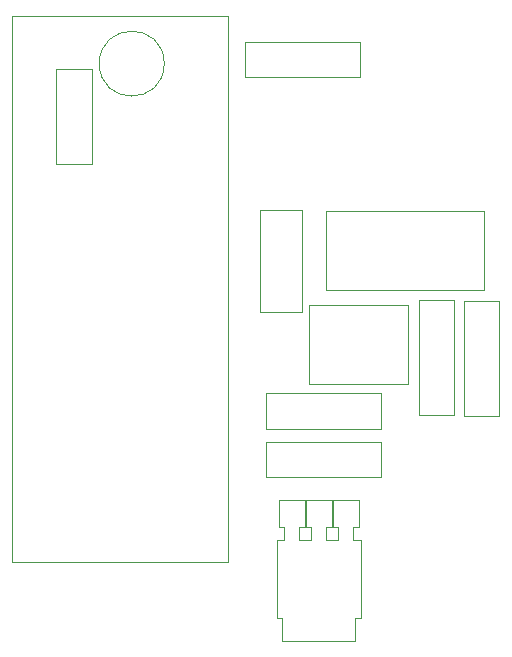
<source format=gbr>
%TF.GenerationSoftware,KiCad,Pcbnew,9.0.6-9.0.6~ubuntu22.04.1*%
%TF.CreationDate,2025-11-25T23:45:25+09:00*%
%TF.ProjectId,LineSensor,4c696e65-5365-46e7-936f-722e6b696361,rev?*%
%TF.SameCoordinates,Original*%
%TF.FileFunction,Other,User*%
%FSLAX46Y46*%
G04 Gerber Fmt 4.6, Leading zero omitted, Abs format (unit mm)*
G04 Created by KiCad (PCBNEW 9.0.6-9.0.6~ubuntu22.04.1) date 2025-11-25 23:45:25*
%MOMM*%
%LPD*%
G01*
G04 APERTURE LIST*
%ADD10C,0.050000*%
G04 APERTURE END LIST*
D10*
%TO.C,J2*%
X165950000Y-108250000D02*
X165950000Y-101500000D01*
X165950000Y-101500000D02*
X174350000Y-101500000D01*
X174350000Y-108250000D02*
X165950000Y-108250000D01*
X174350000Y-101500000D02*
X174350000Y-108250000D01*
%TO.C,SW2*%
X161784000Y-93515000D02*
X161784000Y-102165000D01*
X161784000Y-102165000D02*
X165334000Y-102165000D01*
X165334000Y-93515000D02*
X161784000Y-93515000D01*
X165334000Y-102165000D02*
X165334000Y-93515000D01*
%TO.C,R84*%
X162330000Y-112000000D02*
X172050000Y-112000000D01*
X172050000Y-109000000D01*
X162330000Y-109000000D01*
X162330000Y-112000000D01*
%TO.C,C2*%
X153711000Y-81102000D02*
G75*
G02*
X148211000Y-81102000I-2750000J0D01*
G01*
X148211000Y-81102000D02*
G75*
G02*
X153711000Y-81102000I2750000J0D01*
G01*
%TO.C,J1*%
X167411000Y-93557000D02*
X180811000Y-93557000D01*
X167411000Y-100307000D02*
X167411000Y-93557000D01*
X180811000Y-93557000D02*
X180811000Y-100307000D01*
X180811000Y-100307000D02*
X167411000Y-100307000D01*
%TO.C,A1*%
X140860000Y-123269000D02*
X140860000Y-77049000D01*
X140860000Y-123269000D02*
X159140000Y-123269000D01*
X159140000Y-77049000D02*
X140860000Y-77049000D01*
X159140000Y-77049000D02*
X159140000Y-123269000D01*
%TO.C,R51*%
X182093000Y-101180001D02*
X182093000Y-110900000D01*
X179093000Y-110900000D01*
X179093000Y-101180000D01*
X182093000Y-101180001D01*
%TO.C,C3*%
X147581000Y-89582000D02*
X144581000Y-89582000D01*
X144581000Y-81582000D01*
X147581000Y-81582000D01*
X147581000Y-89582000D01*
%TO.C,R50*%
X178250000Y-110870000D02*
X175250000Y-110870000D01*
X175250000Y-101150000D01*
X178250000Y-101150000D01*
X178250000Y-110870000D01*
%TO.C,R49*%
X170279000Y-79258000D02*
X160559000Y-79258000D01*
X160559000Y-82258000D01*
X170279000Y-82258000D01*
X170279000Y-79258000D01*
%TO.C,R85*%
X172050000Y-113100000D02*
X162330000Y-113100000D01*
X162330000Y-116100000D01*
X172050000Y-116100000D01*
X172050000Y-113100000D01*
%TO.C,Q17*%
X163250000Y-121450000D02*
X163250000Y-128050000D01*
X163250000Y-128050000D02*
X163690000Y-128050000D01*
X163390000Y-118050000D02*
X163390000Y-120350000D01*
X163390000Y-120350000D02*
X163870000Y-120350000D01*
X163690000Y-128050000D02*
X163690000Y-129990000D01*
X163690000Y-129990000D02*
X169890000Y-129990000D01*
X163870000Y-120350000D02*
X163870000Y-121450000D01*
X163870000Y-121450000D02*
X163250000Y-121450000D01*
X165130000Y-120350000D02*
X165610000Y-120350000D01*
X165130000Y-121450000D02*
X165130000Y-120350000D01*
X165610000Y-118050000D02*
X163390000Y-118050000D01*
X165610000Y-120350000D02*
X165610000Y-118050000D01*
X165680000Y-118050000D02*
X165680000Y-120350000D01*
X165680000Y-120350000D02*
X166160000Y-120350000D01*
X166160000Y-120350000D02*
X166160000Y-121450000D01*
X166160000Y-121450000D02*
X165130000Y-121450000D01*
X167420000Y-120350000D02*
X167900000Y-120350000D01*
X167420000Y-121450000D02*
X167420000Y-120350000D01*
X167900000Y-118050000D02*
X165680000Y-118050000D01*
X167900000Y-120350000D02*
X167900000Y-118050000D01*
X167970000Y-118050000D02*
X167970000Y-120350000D01*
X167970000Y-120350000D02*
X168450000Y-120350000D01*
X168450000Y-120350000D02*
X168450000Y-121450000D01*
X168450000Y-121450000D02*
X167420000Y-121450000D01*
X169710000Y-120350000D02*
X170190000Y-120350000D01*
X169710000Y-121450000D02*
X169710000Y-120350000D01*
X169890000Y-128050000D02*
X170330000Y-128050000D01*
X169890000Y-129990000D02*
X169890000Y-128050000D01*
X170190000Y-118050000D02*
X167970000Y-118050000D01*
X170190000Y-120350000D02*
X170190000Y-118050000D01*
X170330000Y-121450000D02*
X169710000Y-121450000D01*
X170330000Y-128050000D02*
X170330000Y-121450000D01*
%TD*%
M02*

</source>
